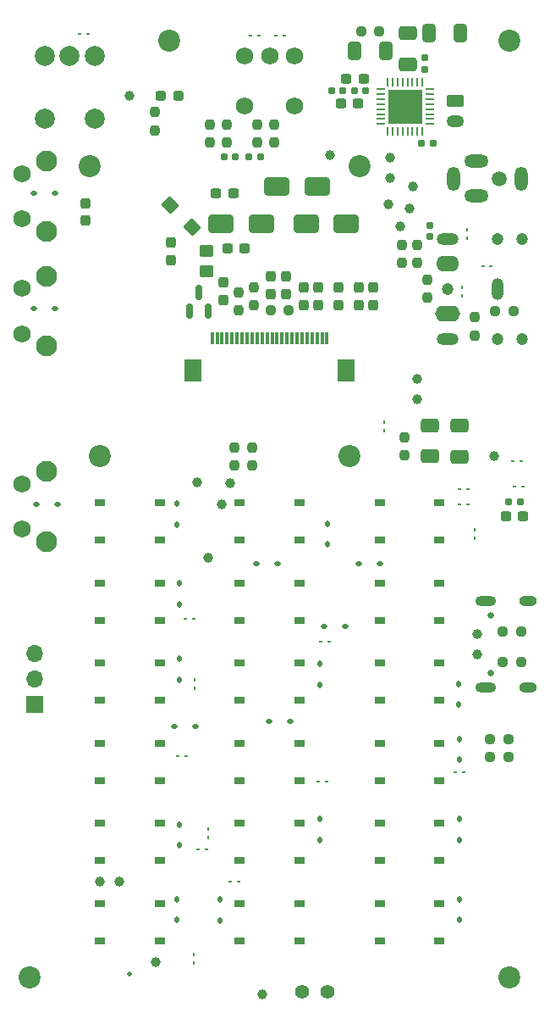
<source format=gts>
%TF.GenerationSoftware,KiCad,Pcbnew,9.0.0*%
%TF.CreationDate,2025-09-17T13:37:24-06:00*%
%TF.ProjectId,OSS Radio Hardware Design,4f535320-5261-4646-996f-204861726477,rev?*%
%TF.SameCoordinates,Original*%
%TF.FileFunction,Soldermask,Top*%
%TF.FilePolarity,Negative*%
%FSLAX46Y46*%
G04 Gerber Fmt 4.6, Leading zero omitted, Abs format (unit mm)*
G04 Created by KiCad (PCBNEW 9.0.0) date 2025-09-17 13:37:24*
%MOMM*%
%LPD*%
G01*
G04 APERTURE LIST*
G04 Aperture macros list*
%AMRoundRect*
0 Rectangle with rounded corners*
0 $1 Rounding radius*
0 $2 $3 $4 $5 $6 $7 $8 $9 X,Y pos of 4 corners*
0 Add a 4 corners polygon primitive as box body*
4,1,4,$2,$3,$4,$5,$6,$7,$8,$9,$2,$3,0*
0 Add four circle primitives for the rounded corners*
1,1,$1+$1,$2,$3*
1,1,$1+$1,$4,$5*
1,1,$1+$1,$6,$7*
1,1,$1+$1,$8,$9*
0 Add four rect primitives between the rounded corners*
20,1,$1+$1,$2,$3,$4,$5,0*
20,1,$1+$1,$4,$5,$6,$7,0*
20,1,$1+$1,$6,$7,$8,$9,0*
20,1,$1+$1,$8,$9,$2,$3,0*%
G04 Aperture macros list end*
%ADD10RoundRect,0.062500X0.062500X-0.117500X0.062500X0.117500X-0.062500X0.117500X-0.062500X-0.117500X0*%
%ADD11RoundRect,0.237500X-0.237500X0.300000X-0.237500X-0.300000X0.237500X-0.300000X0.237500X0.300000X0*%
%ADD12R,1.000000X0.750000*%
%ADD13RoundRect,0.237500X0.237500X-0.250000X0.237500X0.250000X-0.237500X0.250000X-0.237500X-0.250000X0*%
%ADD14C,1.000000*%
%ADD15RoundRect,0.237500X-0.300000X-0.237500X0.300000X-0.237500X0.300000X0.237500X-0.300000X0.237500X0*%
%ADD16RoundRect,0.062500X-0.117500X-0.062500X0.117500X-0.062500X0.117500X0.062500X-0.117500X0.062500X0*%
%ADD17RoundRect,0.237500X0.237500X-0.300000X0.237500X0.300000X-0.237500X0.300000X-0.237500X-0.300000X0*%
%ADD18RoundRect,0.250000X-0.450000X0.350000X-0.450000X-0.350000X0.450000X-0.350000X0.450000X0.350000X0*%
%ADD19RoundRect,0.112500X0.112500X-0.187500X0.112500X0.187500X-0.112500X0.187500X-0.112500X-0.187500X0*%
%ADD20RoundRect,0.237500X-0.237500X0.250000X-0.237500X-0.250000X0.237500X-0.250000X0.237500X0.250000X0*%
%ADD21C,2.200000*%
%ADD22RoundRect,0.155000X-0.212500X-0.155000X0.212500X-0.155000X0.212500X0.155000X-0.212500X0.155000X0*%
%ADD23RoundRect,0.062500X-0.062500X0.117500X-0.062500X-0.117500X0.062500X-0.117500X0.062500X0.117500X0*%
%ADD24RoundRect,0.237500X0.300000X0.237500X-0.300000X0.237500X-0.300000X-0.237500X0.300000X-0.237500X0*%
%ADD25RoundRect,0.250000X0.650000X-0.412500X0.650000X0.412500X-0.650000X0.412500X-0.650000X-0.412500X0*%
%ADD26RoundRect,0.062500X0.117500X0.062500X-0.117500X0.062500X-0.117500X-0.062500X0.117500X-0.062500X0*%
%ADD27RoundRect,0.250000X1.000000X0.650000X-1.000000X0.650000X-1.000000X-0.650000X1.000000X-0.650000X0*%
%ADD28RoundRect,0.195000X0.035355X-0.678823X0.678823X-0.035355X-0.035355X0.678823X-0.678823X0.035355X0*%
%ADD29RoundRect,0.237500X0.250000X0.237500X-0.250000X0.237500X-0.250000X-0.237500X0.250000X-0.237500X0*%
%ADD30RoundRect,0.112500X0.187500X0.112500X-0.187500X0.112500X-0.187500X-0.112500X0.187500X-0.112500X0*%
%ADD31RoundRect,0.062500X-0.337500X-0.062500X0.337500X-0.062500X0.337500X0.062500X-0.337500X0.062500X0*%
%ADD32RoundRect,0.062500X-0.062500X-0.337500X0.062500X-0.337500X0.062500X0.337500X-0.062500X0.337500X0*%
%ADD33R,3.500000X3.500000*%
%ADD34RoundRect,0.112500X-0.187500X-0.112500X0.187500X-0.112500X0.187500X0.112500X-0.187500X0.112500X0*%
%ADD35R,0.300000X1.300000*%
%ADD36R,1.800000X2.200000*%
%ADD37RoundRect,0.250000X0.412500X0.650000X-0.412500X0.650000X-0.412500X-0.650000X0.412500X-0.650000X0*%
%ADD38RoundRect,0.237500X-0.287500X-0.237500X0.287500X-0.237500X0.287500X0.237500X-0.287500X0.237500X0*%
%ADD39RoundRect,0.237500X-0.250000X-0.237500X0.250000X-0.237500X0.250000X0.237500X-0.250000X0.237500X0*%
%ADD40RoundRect,0.155000X0.212500X0.155000X-0.212500X0.155000X-0.212500X-0.155000X0.212500X-0.155000X0*%
%ADD41RoundRect,0.155000X-0.155000X0.212500X-0.155000X-0.212500X0.155000X-0.212500X0.155000X0.212500X0*%
%ADD42RoundRect,0.150000X0.150000X-0.587500X0.150000X0.587500X-0.150000X0.587500X-0.150000X-0.587500X0*%
%ADD43RoundRect,0.250000X-1.000000X-0.650000X1.000000X-0.650000X1.000000X0.650000X-1.000000X0.650000X0*%
%ADD44C,1.200000*%
%ADD45O,2.200000X1.200000*%
%ADD46O,2.300000X1.600000*%
%ADD47O,1.200000X2.200000*%
%ADD48O,2.500000X1.600000*%
%ADD49C,2.100000*%
%ADD50C,1.750000*%
%ADD51C,2.000000*%
%ADD52R,1.700000X1.700000*%
%ADD53O,1.700000X1.700000*%
%ADD54C,0.650000*%
%ADD55O,1.800000X1.000000*%
%ADD56O,2.100000X1.000000*%
%ADD57RoundRect,0.250000X-0.625000X0.350000X-0.625000X-0.350000X0.625000X-0.350000X0.625000X0.350000X0*%
%ADD58O,1.750000X1.200000*%
%ADD59C,1.500000*%
%ADD60O,1.312000X2.420000*%
%ADD61O,2.420000X1.312000*%
%ADD62C,0.500000*%
%ADD63C,1.400000*%
G04 APERTURE END LIST*
D10*
%TO.C,D45*%
X79400000Y-140780000D03*
X79400000Y-141620000D03*
%TD*%
D11*
%TO.C,C34*%
X87150000Y-73025000D03*
X87150000Y-74750000D03*
%TD*%
D12*
%TO.C,SW_UP1*%
X84000000Y-95625000D03*
X90000000Y-95625000D03*
X84000000Y-99375000D03*
X90000000Y-99375000D03*
%TD*%
D13*
%TO.C,R22*%
X81000000Y-59662500D03*
X81000000Y-57837500D03*
%TD*%
D14*
%TO.C,TP31*%
X86250000Y-144750000D03*
%TD*%
%TO.C,TP22*%
X80850000Y-101150000D03*
%TD*%
%TO.C,TP15*%
X109500000Y-91000000D03*
%TD*%
D15*
%TO.C,C70*%
X94687500Y-53250000D03*
X96412500Y-53250000D03*
%TD*%
D11*
%TO.C,C30*%
X97400000Y-74137500D03*
X97400000Y-75862500D03*
%TD*%
D16*
%TO.C,D40*%
X92920000Y-109500000D03*
X92080000Y-109500000D03*
%TD*%
%TO.C,D49*%
X106840000Y-95750000D03*
X106000000Y-95750000D03*
%TD*%
D17*
%TO.C,C62*%
X68550000Y-67412500D03*
X68550000Y-65687500D03*
%TD*%
D18*
%TO.C,R13*%
X80650000Y-70500000D03*
X80650000Y-72500000D03*
%TD*%
D19*
%TO.C,D9*%
X106000000Y-137300000D03*
X106000000Y-135200000D03*
%TD*%
D12*
%TO.C,SW_9*%
X98000000Y-127625000D03*
X104000000Y-127625000D03*
X98000000Y-131375000D03*
X104000000Y-131375000D03*
%TD*%
%TO.C,SW_5*%
X84000000Y-119625000D03*
X90000000Y-119625000D03*
X84000000Y-123375000D03*
X90000000Y-123375000D03*
%TD*%
D14*
%TO.C,TP10*%
X101000000Y-66250000D03*
%TD*%
D20*
%TO.C,R40*%
X85750000Y-57837500D03*
X85750000Y-59662500D03*
%TD*%
D13*
%TO.C,R24*%
X82750000Y-59662500D03*
X82750000Y-57837500D03*
%TD*%
D19*
%TO.C,D25*%
X92800000Y-99800000D03*
X92800000Y-97700000D03*
%TD*%
D17*
%TO.C,C36*%
X77150000Y-71362500D03*
X77150000Y-69637500D03*
%TD*%
D21*
%TO.C,H5*%
X69000000Y-62000000D03*
%TD*%
D13*
%TO.C,R15*%
X83900000Y-76412500D03*
X83900000Y-74587500D03*
%TD*%
D20*
%TO.C,R46*%
X101750000Y-69837500D03*
X101750000Y-71662500D03*
%TD*%
D12*
%TO.C,SW_0*%
X84000000Y-135625000D03*
X90000000Y-135625000D03*
X84000000Y-139375000D03*
X90000000Y-139375000D03*
%TD*%
D20*
%TO.C,R20*%
X107500000Y-77087500D03*
X107500000Y-78912500D03*
%TD*%
D14*
%TO.C,TP33*%
X107750000Y-108750000D03*
%TD*%
%TO.C,TP35*%
X73000000Y-55000000D03*
%TD*%
D22*
%TO.C,C71*%
X95482500Y-54500000D03*
X96617500Y-54500000D03*
%TD*%
D23*
%TO.C,D33*%
X106250000Y-74920000D03*
X106250000Y-74080000D03*
%TD*%
D24*
%TO.C,C26*%
X83362500Y-64750000D03*
X81637500Y-64750000D03*
%TD*%
D13*
%TO.C,R51*%
X75500000Y-58412500D03*
X75500000Y-56587500D03*
%TD*%
D25*
%TO.C,C79*%
X100800000Y-51812500D03*
X100800000Y-48687500D03*
%TD*%
D12*
%TO.C,SW_BACK1*%
X70000000Y-95625000D03*
X76000000Y-95625000D03*
X70000000Y-99375000D03*
X76000000Y-99375000D03*
%TD*%
D14*
%TO.C,TP16*%
X70000000Y-133500000D03*
%TD*%
D21*
%TO.C,H4*%
X63000000Y-143000000D03*
%TD*%
D15*
%TO.C,C28*%
X82787500Y-70250000D03*
X84512500Y-70250000D03*
%TD*%
D23*
%TO.C,D39*%
X79500000Y-114170000D03*
X79500000Y-113330000D03*
%TD*%
D20*
%TO.C,R44*%
X85250000Y-90087500D03*
X85250000Y-91912500D03*
%TD*%
D21*
%TO.C,H8*%
X70000000Y-91000000D03*
%TD*%
D19*
%TO.C,D8*%
X82000000Y-137325000D03*
X82000000Y-135225000D03*
%TD*%
D26*
%TO.C,D44*%
X83080000Y-133500000D03*
X83920000Y-133500000D03*
%TD*%
D14*
%TO.C,TP13*%
X101750000Y-85250000D03*
%TD*%
D15*
%TO.C,C65*%
X94137500Y-55750000D03*
X95862500Y-55750000D03*
%TD*%
D19*
%TO.C,D12*%
X78000000Y-129850000D03*
X78000000Y-127750000D03*
%TD*%
D27*
%TO.C,D58*%
X86150000Y-67750000D03*
X82150000Y-67750000D03*
%TD*%
D11*
%TO.C,C29*%
X82400000Y-73637500D03*
X82400000Y-75362500D03*
%TD*%
D28*
%TO.C,L2*%
X79250000Y-68100000D03*
X77050000Y-65900000D03*
%TD*%
D19*
%TO.C,D23*%
X77750000Y-97800000D03*
X77750000Y-95700000D03*
%TD*%
D29*
%TO.C,R45*%
X111412500Y-76500000D03*
X109587500Y-76500000D03*
%TD*%
D12*
%TO.C,SW_7*%
X70000000Y-127625000D03*
X76000000Y-127625000D03*
X70000000Y-131375000D03*
X76000000Y-131375000D03*
%TD*%
%TO.C,SW_3*%
X98000000Y-111625000D03*
X104000000Y-111625000D03*
X98000000Y-115375000D03*
X104000000Y-115375000D03*
%TD*%
D30*
%TO.C,D17*%
X79550000Y-118000000D03*
X77450000Y-118000000D03*
%TD*%
D12*
%TO.C,SW_8*%
X84000000Y-127625000D03*
X90000000Y-127625000D03*
X84000000Y-131375000D03*
X90000000Y-131375000D03*
%TD*%
D13*
%TO.C,R14*%
X85400000Y-75912500D03*
X85400000Y-74087500D03*
%TD*%
D31*
%TO.C,U12*%
X98100000Y-54300000D03*
X98100000Y-54800000D03*
X98100000Y-55300000D03*
X98100000Y-55800000D03*
X98100000Y-56300000D03*
X98100000Y-56800000D03*
X98100000Y-57300000D03*
X98100000Y-57800000D03*
D32*
X98800000Y-58500000D03*
X99300000Y-58500000D03*
X99800000Y-58500000D03*
X100300000Y-58500000D03*
X100800000Y-58500000D03*
X101300000Y-58500000D03*
X101800000Y-58500000D03*
X102300000Y-58500000D03*
D31*
X103000000Y-57800000D03*
X103000000Y-57300000D03*
X103000000Y-56800000D03*
X103000000Y-56300000D03*
X103000000Y-55800000D03*
X103000000Y-55300000D03*
X103000000Y-54800000D03*
X103000000Y-54300000D03*
D32*
X102300000Y-53600000D03*
X101800000Y-53600000D03*
X101300000Y-53600000D03*
X100800000Y-53600000D03*
X100300000Y-53600000D03*
X99800000Y-53600000D03*
X99300000Y-53600000D03*
X98800000Y-53600000D03*
D33*
X100550000Y-56050000D03*
%TD*%
D34*
%TO.C,D27*%
X95950000Y-101750000D03*
X98050000Y-101750000D03*
%TD*%
%TO.C,D21*%
X92450000Y-108000000D03*
X94550000Y-108000000D03*
%TD*%
D35*
%TO.C,J3*%
X81250000Y-79150000D03*
X81750000Y-79150000D03*
X82250000Y-79150000D03*
X82750000Y-79150000D03*
X83250000Y-79150000D03*
X83750000Y-79150000D03*
X84250000Y-79150000D03*
X84750000Y-79150000D03*
X85250000Y-79150000D03*
X85750000Y-79150000D03*
X86250000Y-79150000D03*
X86750000Y-79150000D03*
X87250000Y-79150000D03*
X87750000Y-79150000D03*
X88250000Y-79150000D03*
X88750000Y-79150000D03*
X89250000Y-79150000D03*
X89750000Y-79150000D03*
X90250000Y-79150000D03*
X90750000Y-79150000D03*
X91250000Y-79150000D03*
X91750000Y-79150000D03*
X92250000Y-79150000D03*
X92750000Y-79150000D03*
D36*
X79350000Y-82400000D03*
X94650000Y-82400000D03*
%TD*%
D21*
%TO.C,H6*%
X96000000Y-62000000D03*
%TD*%
D37*
%TO.C,C72*%
X106062500Y-48750000D03*
X102937500Y-48750000D03*
%TD*%
D14*
%TO.C,TP20*%
X79750000Y-93600000D03*
%TD*%
D38*
%TO.C,D32*%
X76125000Y-55000000D03*
X77875000Y-55000000D03*
%TD*%
D26*
%TO.C,D42*%
X77780000Y-120900000D03*
X78620000Y-120900000D03*
%TD*%
D14*
%TO.C,TP27*%
X101350000Y-64050000D03*
%TD*%
D11*
%TO.C,C33*%
X88650000Y-73025000D03*
X88650000Y-74750000D03*
%TD*%
D12*
%TO.C,SW_\u002A1*%
X70000000Y-135625000D03*
X76000000Y-135625000D03*
X70000000Y-139375000D03*
X76000000Y-139375000D03*
%TD*%
%TO.C,SW_ENTER1*%
X98000000Y-95625000D03*
X104000000Y-95625000D03*
X98000000Y-99375000D03*
X104000000Y-99375000D03*
%TD*%
D26*
%TO.C,D35*%
X79830000Y-130250000D03*
X80670000Y-130250000D03*
%TD*%
D21*
%TO.C,H1*%
X111000000Y-49500000D03*
%TD*%
D39*
%TO.C,R8*%
X110337500Y-108500000D03*
X112162500Y-108500000D03*
%TD*%
D12*
%TO.C,SW_#1*%
X98000000Y-135625000D03*
X104000000Y-135625000D03*
X98000000Y-139375000D03*
X104000000Y-139375000D03*
%TD*%
%TO.C,SW_RIGHT1*%
X98000000Y-103625000D03*
X104000000Y-103625000D03*
X98000000Y-107375000D03*
X104000000Y-107375000D03*
%TD*%
D19*
%TO.C,D24*%
X77950000Y-105800000D03*
X77950000Y-103700000D03*
%TD*%
D20*
%TO.C,R43*%
X83500000Y-90087500D03*
X83500000Y-91912500D03*
%TD*%
D14*
%TO.C,TP17*%
X75625000Y-141500000D03*
%TD*%
D19*
%TO.C,D11*%
X92000000Y-129300000D03*
X92000000Y-127200000D03*
%TD*%
D30*
%TO.C,D20*%
X65500000Y-64750000D03*
X63400000Y-64750000D03*
%TD*%
D40*
%TO.C,C77*%
X94317500Y-54500000D03*
X93182500Y-54500000D03*
%TD*%
D11*
%TO.C,C27*%
X95900000Y-74137500D03*
X95900000Y-75862500D03*
%TD*%
D24*
%TO.C,C39*%
X112362500Y-97000000D03*
X110637500Y-97000000D03*
%TD*%
D39*
%TO.C,R16*%
X87100000Y-76387500D03*
X88925000Y-76387500D03*
%TD*%
D12*
%TO.C,SW_2*%
X84000000Y-111625000D03*
X90000000Y-111625000D03*
X84000000Y-115375000D03*
X90000000Y-115375000D03*
%TD*%
D41*
%TO.C,C76*%
X102550000Y-51182500D03*
X102550000Y-52317500D03*
%TD*%
D19*
%TO.C,D19*%
X106000000Y-121300000D03*
X106000000Y-119200000D03*
%TD*%
D16*
%TO.C,D34*%
X109170000Y-72000000D03*
X108330000Y-72000000D03*
%TD*%
D26*
%TO.C,D43*%
X91830000Y-123500000D03*
X92670000Y-123500000D03*
%TD*%
D19*
%TO.C,D4*%
X77700000Y-137300000D03*
X77700000Y-135200000D03*
%TD*%
D13*
%TO.C,R47*%
X102750000Y-75162500D03*
X102750000Y-73337500D03*
%TD*%
D27*
%TO.C,D57*%
X91750000Y-64000000D03*
X87750000Y-64000000D03*
%TD*%
D13*
%TO.C,R21*%
X87500000Y-59662500D03*
X87500000Y-57837500D03*
%TD*%
D12*
%TO.C,SW_LEFT1*%
X70000000Y-103625000D03*
X76000000Y-103625000D03*
X70000000Y-107375000D03*
X76000000Y-107375000D03*
%TD*%
D21*
%TO.C,H7*%
X95000000Y-91000000D03*
%TD*%
D14*
%TO.C,TP29*%
X98925000Y-65850000D03*
%TD*%
D26*
%TO.C,D50*%
X111330000Y-91500000D03*
X112170000Y-91500000D03*
%TD*%
D12*
%TO.C,SW_DOWN1*%
X84000000Y-103625000D03*
X90000000Y-103625000D03*
X84000000Y-107375000D03*
X90000000Y-107375000D03*
%TD*%
D14*
%TO.C,TP41*%
X72000000Y-133500000D03*
%TD*%
D19*
%TO.C,D14*%
X105900000Y-115800000D03*
X105900000Y-113700000D03*
%TD*%
D34*
%TO.C,D18*%
X86950000Y-117500000D03*
X89050000Y-117500000D03*
%TD*%
D20*
%TO.C,R52*%
X100250000Y-69837500D03*
X100250000Y-71662500D03*
%TD*%
D16*
%TO.C,D38*%
X106420000Y-122500000D03*
X105580000Y-122500000D03*
%TD*%
D30*
%TO.C,D13*%
X65800000Y-95750000D03*
X63700000Y-95750000D03*
%TD*%
D16*
%TO.C,D46*%
X88500000Y-49000000D03*
X87660000Y-49000000D03*
%TD*%
D19*
%TO.C,D10*%
X106000000Y-129300000D03*
X106000000Y-127200000D03*
%TD*%
D14*
%TO.C,TP28*%
X99100000Y-63150000D03*
%TD*%
D19*
%TO.C,D15*%
X92000000Y-113800000D03*
X92000000Y-111700000D03*
%TD*%
D14*
%TO.C,TP21*%
X83025000Y-93675000D03*
%TD*%
D30*
%TO.C,D28*%
X65550000Y-76250000D03*
X63450000Y-76250000D03*
%TD*%
D22*
%TO.C,C81*%
X84932500Y-61087500D03*
X86067500Y-61087500D03*
%TD*%
D14*
%TO.C,TP19*%
X82250000Y-95750000D03*
%TD*%
D11*
%TO.C,C31*%
X93900000Y-74137500D03*
X93900000Y-75862500D03*
%TD*%
D14*
%TO.C,TP32*%
X107750000Y-110750000D03*
%TD*%
D10*
%TO.C,D52*%
X107500000Y-98330000D03*
X107500000Y-99170000D03*
%TD*%
D40*
%TO.C,C38*%
X112067500Y-95500000D03*
X110932500Y-95500000D03*
%TD*%
D42*
%TO.C,Q1*%
X78950000Y-76500000D03*
X80850000Y-76500000D03*
X79900000Y-74625000D03*
%TD*%
D12*
%TO.C,SW_4*%
X70000000Y-119625000D03*
X76000000Y-119625000D03*
X70000000Y-123375000D03*
X76000000Y-123375000D03*
%TD*%
D11*
%TO.C,C35*%
X90400000Y-74137500D03*
X90400000Y-75862500D03*
%TD*%
D26*
%TO.C,D31*%
X67980000Y-48800000D03*
X68820000Y-48800000D03*
%TD*%
D14*
%TO.C,TP9*%
X100050000Y-68050000D03*
%TD*%
D21*
%TO.C,H2*%
X111000000Y-143000000D03*
%TD*%
D11*
%TO.C,C32*%
X91900000Y-74137500D03*
X91900000Y-75862500D03*
%TD*%
D23*
%TO.C,D48*%
X98500000Y-88420000D03*
X98500000Y-87580000D03*
%TD*%
D22*
%TO.C,C74*%
X102232500Y-59750000D03*
X103367500Y-59750000D03*
%TD*%
D16*
%TO.C,D51*%
X106840000Y-94250000D03*
X106000000Y-94250000D03*
%TD*%
D29*
%TO.C,R42*%
X97962500Y-48500000D03*
X96137500Y-48500000D03*
%TD*%
%TO.C,R9*%
X112162500Y-111500000D03*
X110337500Y-111500000D03*
%TD*%
D12*
%TO.C,SW_1*%
X70000000Y-111625000D03*
X76000000Y-111625000D03*
X70000000Y-115375000D03*
X76000000Y-115375000D03*
%TD*%
D39*
%TO.C,R27*%
X109087500Y-119250000D03*
X110912500Y-119250000D03*
%TD*%
D13*
%TO.C,R19*%
X100500000Y-90912500D03*
X100500000Y-89087500D03*
%TD*%
D12*
%TO.C,SW_6*%
X98000000Y-119625000D03*
X104000000Y-119625000D03*
X98000000Y-123375000D03*
X104000000Y-123375000D03*
%TD*%
D21*
%TO.C,H3*%
X77000000Y-49500000D03*
%TD*%
D23*
%TO.C,D36*%
X106750000Y-69170000D03*
X106750000Y-68330000D03*
%TD*%
D26*
%TO.C,D41*%
X78580000Y-107250000D03*
X79420000Y-107250000D03*
%TD*%
D43*
%TO.C,D56*%
X90650000Y-67750000D03*
X94650000Y-67750000D03*
%TD*%
D25*
%TO.C,C40*%
X106000000Y-91062500D03*
X106000000Y-87937500D03*
%TD*%
D19*
%TO.C,D16*%
X78000000Y-113300000D03*
X78000000Y-111200000D03*
%TD*%
D26*
%TO.C,D53*%
X111500000Y-94000000D03*
X112340000Y-94000000D03*
%TD*%
D34*
%TO.C,D22*%
X85700000Y-101750000D03*
X87800000Y-101750000D03*
%TD*%
D14*
%TO.C,TP14*%
X101750000Y-83250000D03*
%TD*%
D10*
%TO.C,D37*%
X80850000Y-128180000D03*
X80850000Y-129020000D03*
%TD*%
D22*
%TO.C,C82*%
X82432500Y-61087500D03*
X83567500Y-61087500D03*
%TD*%
D14*
%TO.C,TP26*%
X93025000Y-60875000D03*
%TD*%
D41*
%TO.C,C80*%
X103000000Y-67932500D03*
X103000000Y-69067500D03*
%TD*%
D29*
%TO.C,R26*%
X110912500Y-121000000D03*
X109087500Y-121000000D03*
%TD*%
D26*
%TO.C,D47*%
X85080000Y-49000000D03*
X85920000Y-49000000D03*
%TD*%
D37*
%TO.C,C90*%
X98612500Y-50500000D03*
X95487500Y-50500000D03*
%TD*%
D25*
%TO.C,C42*%
X103000000Y-91000000D03*
X103000000Y-87875000D03*
%TD*%
D14*
%TO.C,TP42*%
X99100000Y-61150000D03*
%TD*%
D44*
%TO.C,J8*%
X112275000Y-69250000D03*
X109775000Y-69250000D03*
X104775000Y-74250000D03*
X112275000Y-79250000D03*
X109775000Y-79250000D03*
D45*
X104775000Y-69250000D03*
D46*
X104775000Y-71750000D03*
D47*
X109775000Y-74250000D03*
D45*
X104775000Y-79250000D03*
D48*
X104775000Y-76750000D03*
%TD*%
D49*
%TO.C,SW_SIDE1*%
X64702500Y-61475000D03*
X64702500Y-68485000D03*
D50*
X62212500Y-62725000D03*
X62212500Y-67225000D03*
%TD*%
D51*
%TO.C,U11*%
X64500000Y-51000000D03*
X67000000Y-51000000D03*
X69500000Y-51000000D03*
X64500000Y-57250000D03*
X69500000Y-57250000D03*
%TD*%
D52*
%TO.C,J1*%
X63500000Y-115775000D03*
D53*
X63500000Y-113235000D03*
X63500000Y-110695000D03*
%TD*%
D54*
%TO.C,J2*%
X109170000Y-106860000D03*
X109170000Y-112640000D03*
D55*
X112850000Y-105430000D03*
D56*
X108650000Y-105430000D03*
D55*
X112850000Y-114070000D03*
D56*
X108650000Y-114070000D03*
%TD*%
D57*
%TO.C,J6*%
X105550000Y-55500000D03*
D58*
X105550000Y-57500000D03*
%TD*%
D59*
%TO.C,J7*%
X109975000Y-63250000D03*
D60*
X112175000Y-63250000D03*
D61*
X107675000Y-65000000D03*
X107675000Y-61500000D03*
D60*
X105375000Y-63250000D03*
%TD*%
D49*
%TO.C,SW_PTT1*%
X64702500Y-72975000D03*
X64702500Y-79985000D03*
D50*
X62212500Y-74225000D03*
X62212500Y-78725000D03*
%TD*%
D62*
%TO.C,U8*%
X73000000Y-142710000D03*
%TD*%
D49*
%TO.C,SW_SIDE2*%
X64702500Y-92475000D03*
X64702500Y-99485000D03*
D50*
X62212500Y-93725000D03*
X62212500Y-98225000D03*
%TD*%
D63*
%TO.C,J9*%
X90250000Y-144500000D03*
X92790000Y-144500000D03*
%TD*%
D50*
%TO.C,SW1*%
X84500000Y-51000000D03*
X89500000Y-51000000D03*
X87000000Y-51000000D03*
X84500000Y-56000000D03*
X89500000Y-56000000D03*
%TD*%
M02*

</source>
